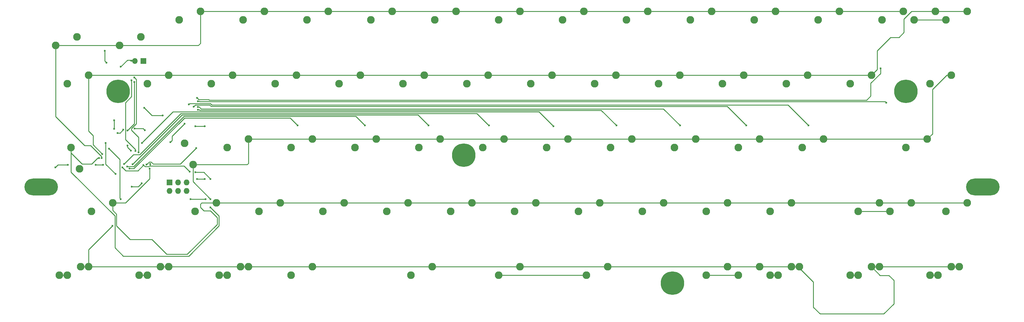
<source format=gtl>
G04 #@! TF.FileFunction,Copper,L1,Top,Signal*
%FSLAX46Y46*%
G04 Gerber Fmt 4.6, Leading zero omitted, Abs format (unit mm)*
G04 Created by KiCad (PCBNEW 4.0.5) date 01/22/17 22:08:40*
%MOMM*%
%LPD*%
G01*
G04 APERTURE LIST*
%ADD10C,0.100000*%
%ADD11C,7.001300*%
%ADD12C,2.286000*%
%ADD13R,1.727200X1.727200*%
%ADD14O,1.727200X1.727200*%
%ADD15O,9.999980X5.001260*%
%ADD16C,7.000240*%
%ADD17R,1.700000X1.700000*%
%ADD18O,1.700000X1.700000*%
%ADD19C,0.600000*%
%ADD20C,0.250000*%
G04 APERTURE END LIST*
D10*
D11*
X105200000Y-103300000D03*
D12*
X91182500Y-120110000D03*
X93722500Y-126460000D03*
X96421300Y-98520000D03*
X90071300Y-101060000D03*
X103565000Y-136620000D03*
X97215000Y-139160000D03*
X94040000Y-155670000D03*
X87690000Y-158210000D03*
X117852500Y-155670000D03*
X111502500Y-158210000D03*
X141665000Y-155670000D03*
X135315000Y-158210000D03*
X198815000Y-155670000D03*
X192465000Y-158210000D03*
X251203000Y-155670000D03*
X244853000Y-158210000D03*
X308353000Y-155670000D03*
X302003000Y-158210000D03*
X332165000Y-155670000D03*
X325815000Y-158210000D03*
X355978000Y-155670000D03*
X349628000Y-158210000D03*
X341690000Y-136620000D03*
X335340000Y-139160000D03*
X346453000Y-117570000D03*
X340103000Y-120110000D03*
X96421300Y-155670000D03*
X90071300Y-158210000D03*
X144046300Y-155670000D03*
X137696300Y-158210000D03*
X225009000Y-155670000D03*
X218659000Y-158210000D03*
X225009000Y-155670000D03*
X218659000Y-158210000D03*
X296446000Y-155670000D03*
X290096000Y-158210000D03*
X305971000Y-155670000D03*
X299621000Y-158210000D03*
X353596000Y-155670000D03*
X347246000Y-158210000D03*
X332165000Y-136620000D03*
X325815000Y-139160000D03*
X348834000Y-79470000D03*
X342484000Y-82010000D03*
D13*
X120500000Y-130500000D03*
D14*
X120500000Y-133040000D03*
X123040000Y-130500000D03*
X123040000Y-133040000D03*
X125580000Y-130500000D03*
X125580000Y-133040000D03*
D12*
X353596000Y-98520000D03*
X347246000Y-101060000D03*
D15*
X82250000Y-131900000D03*
X363000000Y-131900000D03*
D16*
X208200000Y-122400000D03*
X340050000Y-103300000D03*
X270500000Y-160600000D03*
D12*
X105628800Y-89630000D03*
X111978800Y-87090000D03*
X329784000Y-155670000D03*
X323434000Y-158210000D03*
X120233800Y-155670000D03*
X113883800Y-158210000D03*
X358359000Y-79470000D03*
X352009000Y-82010000D03*
X339309000Y-79470000D03*
X332959000Y-82010000D03*
X358359000Y-136620000D03*
X352009000Y-139160000D03*
X329784000Y-98520000D03*
X323434000Y-101060000D03*
X320259000Y-79470000D03*
X313909000Y-82010000D03*
X315496000Y-117570000D03*
X309146000Y-120110000D03*
X310734000Y-98520000D03*
X304384000Y-101060000D03*
X301209000Y-79470000D03*
X294859000Y-82010000D03*
X305971000Y-136620000D03*
X299621000Y-139160000D03*
X296446000Y-117570000D03*
X290096000Y-120110000D03*
X291684000Y-98520000D03*
X285334000Y-101060000D03*
X282159000Y-79470000D03*
X275809000Y-82010000D03*
X286921000Y-136620000D03*
X280571000Y-139160000D03*
X277396000Y-117570000D03*
X271046000Y-120110000D03*
X272634000Y-98520000D03*
X266284000Y-101060000D03*
X263109000Y-79470000D03*
X256759000Y-82010000D03*
X267871000Y-136620000D03*
X261521000Y-139160000D03*
X258346000Y-117570000D03*
X251996000Y-120110000D03*
X253584000Y-98520000D03*
X247234000Y-101060000D03*
X244059000Y-79470000D03*
X237709000Y-82010000D03*
X248821000Y-136620000D03*
X242471000Y-139160000D03*
X234534000Y-98520000D03*
X228184000Y-101060000D03*
X225009000Y-79470000D03*
X218659000Y-82010000D03*
X286921000Y-155670000D03*
X280571000Y-158210000D03*
X229771000Y-136620000D03*
X223421000Y-139160000D03*
X220246000Y-117570000D03*
X213896000Y-120110000D03*
X215484000Y-98520000D03*
X209134000Y-101060000D03*
X205959000Y-79470000D03*
X199609000Y-82010000D03*
X210721000Y-136620000D03*
X204371000Y-139160000D03*
X201196000Y-117570000D03*
X194846000Y-120110000D03*
X196434000Y-98520000D03*
X190084000Y-101060000D03*
X186909000Y-79470000D03*
X180559000Y-82010000D03*
X191671000Y-136620000D03*
X185321000Y-139160000D03*
X182146000Y-117570000D03*
X175796000Y-120110000D03*
X177384000Y-98520000D03*
X171034000Y-101060000D03*
X167859000Y-79470000D03*
X161509000Y-82010000D03*
X172621000Y-136620000D03*
X166271000Y-139160000D03*
X163096300Y-117570000D03*
X156746300Y-120110000D03*
X158333800Y-98520000D03*
X151983800Y-101060000D03*
X148808800Y-79470000D03*
X142458800Y-82010000D03*
X163096300Y-155670000D03*
X156746300Y-158210000D03*
X153571300Y-136620000D03*
X147221300Y-139160000D03*
X144046300Y-117570000D03*
X137696300Y-120110000D03*
X139283800Y-98520000D03*
X132933800Y-101060000D03*
X129758800Y-79470000D03*
X123408800Y-82010000D03*
X134521300Y-136620000D03*
X128171300Y-139160000D03*
X127536300Y-125190000D03*
X124996300Y-118840000D03*
X120233800Y-98520000D03*
X113883800Y-101060000D03*
X86578800Y-89630000D03*
X92928800Y-87090000D03*
X239296000Y-117570000D03*
X232946000Y-120110000D03*
D17*
X112750000Y-94250000D03*
D18*
X110210000Y-94250000D03*
D19*
X113167278Y-114937100D03*
X110117223Y-114403087D03*
X106749989Y-114754142D03*
X105000000Y-115750000D03*
X101250000Y-91250000D03*
X101750000Y-94750000D03*
X104450000Y-128000000D03*
X101500000Y-118750000D03*
X126750000Y-135500000D03*
X131250000Y-135500000D03*
X104000000Y-112000000D03*
X104000000Y-114500000D03*
X112250000Y-130750000D03*
X109250000Y-131750000D03*
X109000000Y-121000000D03*
X108000000Y-119500000D03*
X106500000Y-126000000D03*
X114750000Y-125000000D03*
X112772646Y-125325011D03*
X126500000Y-127250000D03*
X128250000Y-127500000D03*
X132750000Y-129500000D03*
X113706661Y-125146882D03*
X128500000Y-120250000D03*
X128250000Y-113750000D03*
X131000000Y-113750000D03*
X108566949Y-126374990D03*
X158750000Y-113500000D03*
X107931791Y-125797893D03*
X178750000Y-113500000D03*
X109552681Y-125063420D03*
X197750000Y-113500000D03*
X107000000Y-125000000D03*
X215750000Y-113500000D03*
X112301418Y-118719480D03*
X235000000Y-113750000D03*
X129000000Y-108824946D03*
X253750000Y-113500000D03*
X129000000Y-108024933D03*
X272750000Y-113500000D03*
X127750000Y-107875010D03*
X292500000Y-113500000D03*
X126250000Y-107250000D03*
X311000000Y-113500000D03*
X129000000Y-106324911D03*
X334250000Y-106750000D03*
X128750000Y-105250000D03*
X332500000Y-96500000D03*
X128750000Y-129500000D03*
X131000000Y-129500000D03*
X109183051Y-100066949D03*
X110375010Y-121125010D03*
X110066949Y-99183051D03*
X111315694Y-121575021D03*
X100750000Y-125250000D03*
X98500000Y-125250000D03*
X90250000Y-125250000D03*
X86500000Y-126000000D03*
X100300013Y-123250000D03*
X100500000Y-122000000D03*
X99500000Y-123250000D03*
X132750000Y-135500000D03*
X132750000Y-138000000D03*
X114559406Y-126368310D03*
X102500000Y-120474990D03*
X103500000Y-143500000D03*
X106000000Y-135500000D03*
X120750000Y-118500000D03*
X125000000Y-113000000D03*
X118500000Y-110500000D03*
X113000000Y-108250000D03*
X108000000Y-115000000D03*
X110000000Y-100500000D03*
X106000000Y-96000000D03*
D20*
X112633265Y-114403087D02*
X112867279Y-114637101D01*
X110117223Y-114403087D02*
X112633265Y-114403087D01*
X112867279Y-114637101D02*
X113167278Y-114937100D01*
X105754131Y-115750000D02*
X106449990Y-115054141D01*
X105000000Y-115750000D02*
X105754131Y-115750000D01*
X106449990Y-115054141D02*
X106749989Y-114754142D01*
X101750000Y-94750000D02*
X101250000Y-94250000D01*
X101250000Y-94250000D02*
X101250000Y-91250000D01*
X101500000Y-118750000D02*
X101500000Y-125050000D01*
X101500000Y-125050000D02*
X104450000Y-128000000D01*
X131250000Y-135500000D02*
X126750000Y-135500000D01*
X104000000Y-114500000D02*
X104000000Y-112000000D01*
X109250000Y-131750000D02*
X111250000Y-131750000D01*
X111250000Y-131750000D02*
X112250000Y-130750000D01*
X108000000Y-119500000D02*
X108000000Y-120000000D01*
X108000000Y-120000000D02*
X109000000Y-121000000D01*
X107500000Y-127000000D02*
X111097657Y-127000000D01*
X111097657Y-127000000D02*
X112772646Y-125325011D01*
X106500000Y-126000000D02*
X107500000Y-127000000D01*
X124811884Y-125561884D02*
X114750000Y-125561884D01*
X114750000Y-125561884D02*
X114528806Y-125561884D01*
X114750000Y-125000000D02*
X114750000Y-125561884D01*
X113072645Y-125625010D02*
X112772646Y-125325011D01*
X113255424Y-125807789D02*
X113072645Y-125625010D01*
X114528806Y-125561884D02*
X114282901Y-125807789D01*
X126500000Y-127250000D02*
X124811884Y-125561884D01*
X114282901Y-125807789D02*
X113255424Y-125807789D01*
X130750000Y-127500000D02*
X128250000Y-127500000D01*
X132750000Y-129500000D02*
X130750000Y-127500000D01*
X87690000Y-158210000D02*
X90071300Y-158210000D01*
X114006660Y-124846883D02*
X113706661Y-125146882D01*
X114478544Y-124374999D02*
X114006660Y-124846883D01*
X128500000Y-120250000D02*
X123716294Y-125033706D01*
X115050001Y-124374999D02*
X114478544Y-124374999D01*
X123716294Y-125033706D02*
X115708708Y-125033706D01*
X115708708Y-125033706D02*
X115050001Y-124374999D01*
X111502500Y-158210000D02*
X113883800Y-158210000D01*
X131000000Y-113750000D02*
X128250000Y-113750000D01*
X135315000Y-158210000D02*
X137696300Y-158210000D01*
X108991213Y-126374990D02*
X108566949Y-126374990D01*
X124999890Y-111250110D02*
X109875010Y-126374990D01*
X156500110Y-111250110D02*
X124999890Y-111250110D01*
X158750000Y-113500000D02*
X156500110Y-111250110D01*
X109875010Y-126374990D02*
X108991213Y-126374990D01*
X109863600Y-125749989D02*
X107979695Y-125749989D01*
X124813490Y-110800099D02*
X109863600Y-125749989D01*
X107979695Y-125749989D02*
X107931791Y-125797893D01*
X178750000Y-113500000D02*
X176050099Y-110800099D01*
X176050099Y-110800099D02*
X124813490Y-110800099D01*
X109852680Y-124763421D02*
X109552681Y-125063420D01*
X124266013Y-110350088D02*
X109852680Y-124763421D01*
X194600088Y-110350088D02*
X124266013Y-110350088D01*
X197750000Y-113500000D02*
X194600088Y-110350088D01*
X218659000Y-158210000D02*
X244853000Y-158210000D01*
X109799977Y-122200023D02*
X111615696Y-122200023D01*
X111615696Y-122200023D02*
X123915642Y-109900077D01*
X123915642Y-109900077D02*
X212150077Y-109900077D01*
X107000000Y-125000000D02*
X109799977Y-122200023D01*
X212150077Y-109900077D02*
X215450001Y-113200001D01*
X215450001Y-113200001D02*
X215750000Y-113500000D01*
X280571000Y-158210000D02*
X290096000Y-158210000D01*
X230700066Y-109450066D02*
X121570832Y-109450066D01*
X235000000Y-113750000D02*
X230700066Y-109450066D01*
X112601417Y-118419481D02*
X112301418Y-118719480D01*
X121570832Y-109450066D02*
X112601417Y-118419481D01*
X299621000Y-158210000D02*
X302003000Y-158210000D01*
X249250055Y-109000055D02*
X129599373Y-109000055D01*
X129599373Y-109000055D02*
X129424264Y-108824946D01*
X253750000Y-113500000D02*
X249250055Y-109000055D01*
X129424264Y-108824946D02*
X129000000Y-108824946D01*
X323434000Y-158210000D02*
X325815000Y-158210000D01*
X129949375Y-108550044D02*
X129424264Y-108024933D01*
X267800044Y-108550044D02*
X129949375Y-108550044D01*
X129424264Y-108024933D02*
X129000000Y-108024933D01*
X272750000Y-113500000D02*
X267800044Y-108550044D01*
X347246000Y-158210000D02*
X349628000Y-158210000D01*
X286850033Y-107850033D02*
X132940800Y-107850033D01*
X128225078Y-107399932D02*
X128049999Y-107575011D01*
X132940800Y-107850033D02*
X132490700Y-107399932D01*
X292500000Y-113500000D02*
X286850033Y-107850033D01*
X132490700Y-107399932D02*
X128225078Y-107399932D01*
X128049999Y-107575011D02*
X127750000Y-107875010D01*
X126550079Y-106949921D02*
X126549999Y-106950001D01*
X132677099Y-106949921D02*
X126550079Y-106949921D01*
X311000000Y-113500000D02*
X304900022Y-107400022D01*
X304900022Y-107400022D02*
X133127200Y-107400022D01*
X126549999Y-106950001D02*
X126250000Y-107250000D01*
X133127200Y-107400022D02*
X132677099Y-106949921D01*
X325815000Y-139160000D02*
X335340000Y-139160000D01*
X333868912Y-106368912D02*
X129468265Y-106368912D01*
X129468265Y-106368912D02*
X129424264Y-106324911D01*
X129424264Y-106324911D02*
X129000000Y-106324911D01*
X334250000Y-106750000D02*
X333868912Y-106368912D01*
X128750000Y-105250000D02*
X129250000Y-105750000D01*
X129250000Y-105750000D02*
X132250000Y-105750000D01*
X132418901Y-105918901D02*
X132250000Y-105750000D01*
X332500000Y-96500000D02*
X332500000Y-97976642D01*
X328357073Y-105918901D02*
X132418901Y-105918901D01*
X332500000Y-97976642D02*
X329562901Y-100913741D01*
X329562901Y-104713073D02*
X328357073Y-105918901D01*
X329562901Y-100913741D02*
X329562901Y-104713073D01*
X342484000Y-82010000D02*
X352009000Y-82010000D01*
X131000000Y-129500000D02*
X128750000Y-129500000D01*
X107374999Y-117700735D02*
X107374999Y-106699997D01*
X109183051Y-100491213D02*
X109183051Y-100066949D01*
X107374999Y-106699997D02*
X109183051Y-104891945D01*
X110375010Y-120700746D02*
X107374999Y-117700735D01*
X109183051Y-104891945D02*
X109183051Y-100491213D01*
X110375010Y-121125010D02*
X110375010Y-120700746D01*
X111315694Y-121575021D02*
X111315694Y-117052083D01*
X110366948Y-99483050D02*
X110066949Y-99183051D01*
X110625002Y-99741104D02*
X110366948Y-99483050D01*
X110625002Y-113011409D02*
X110625002Y-99741104D01*
X111315694Y-117052083D02*
X109200011Y-114936400D01*
X109200011Y-114436400D02*
X110625002Y-113011409D01*
X109200011Y-114936400D02*
X109200011Y-114436400D01*
X98500000Y-125250000D02*
X100750000Y-125250000D01*
X87250000Y-125250000D02*
X90250000Y-125250000D01*
X86500000Y-126000000D02*
X87250000Y-125250000D01*
X100300013Y-122825736D02*
X100300013Y-123250000D01*
X96974277Y-119500000D02*
X100300013Y-122825736D01*
X86578800Y-110828800D02*
X95250000Y-119500000D01*
X86578800Y-89630000D02*
X86578800Y-110828800D01*
X95250000Y-119500000D02*
X96974277Y-119500000D01*
X105628800Y-89630000D02*
X129120000Y-89630000D01*
X129758800Y-88991200D02*
X129758800Y-79470000D01*
X129120000Y-89630000D02*
X129758800Y-88991200D01*
X86578800Y-89630000D02*
X105628800Y-89630000D01*
X129758800Y-79470000D02*
X148808800Y-79470000D01*
X148808800Y-79470000D02*
X167859000Y-79470000D01*
X167859000Y-79470000D02*
X186909000Y-79470000D01*
X186909000Y-79470000D02*
X205959000Y-79470000D01*
X205959000Y-79470000D02*
X225009000Y-79470000D01*
X225009000Y-79470000D02*
X244059000Y-79470000D01*
X244059000Y-79470000D02*
X263109000Y-79470000D01*
X263109000Y-79470000D02*
X282159000Y-79470000D01*
X282159000Y-79470000D02*
X301209000Y-79470000D01*
X301209000Y-79470000D02*
X320259000Y-79470000D01*
X320259000Y-79470000D02*
X339309000Y-79470000D01*
X96421300Y-98520000D02*
X96421300Y-115171300D01*
X97750000Y-119250000D02*
X100500000Y-122000000D01*
X97750000Y-116500000D02*
X97750000Y-119250000D01*
X96421300Y-115171300D02*
X97750000Y-116500000D01*
X96421300Y-98520000D02*
X120233800Y-98520000D01*
X120233800Y-98520000D02*
X139283800Y-98520000D01*
X139283800Y-98520000D02*
X158333800Y-98520000D01*
X158333800Y-98520000D02*
X177384000Y-98520000D01*
X177384000Y-98520000D02*
X196434000Y-98520000D01*
X196434000Y-98520000D02*
X215484000Y-98520000D01*
X215484000Y-98520000D02*
X234534000Y-98520000D01*
X234534000Y-98520000D02*
X253584000Y-98520000D01*
X253584000Y-98520000D02*
X272634000Y-98520000D01*
X272634000Y-98520000D02*
X291684000Y-98520000D01*
X291684000Y-98520000D02*
X310734000Y-98520000D01*
X310734000Y-98520000D02*
X329784000Y-98520000D01*
X329784000Y-98520000D02*
X331500000Y-96804000D01*
X331500000Y-96804000D02*
X331500000Y-91250000D01*
X331500000Y-91250000D02*
X335500000Y-87250000D01*
X335500000Y-87250000D02*
X338000000Y-87250000D01*
X338000000Y-87250000D02*
X339500000Y-85750000D01*
X339500000Y-85750000D02*
X339500000Y-81750000D01*
X339500000Y-81750000D02*
X341780000Y-79470000D01*
X341780000Y-79470000D02*
X348834000Y-79470000D01*
X348834000Y-79470000D02*
X358359000Y-79470000D01*
X99500000Y-123250000D02*
X99075736Y-123250000D01*
X99075736Y-123250000D02*
X97356835Y-124968901D01*
X97356835Y-124968901D02*
X94424955Y-124968901D01*
X94424955Y-124968901D02*
X91182500Y-121726446D01*
X91182500Y-121726446D02*
X91182500Y-120110000D01*
X132750000Y-135500000D02*
X127536300Y-130286300D01*
X135250000Y-140500000D02*
X132750000Y-138000000D01*
X135250000Y-143500000D02*
X135250000Y-140500000D01*
X126250000Y-152500000D02*
X135250000Y-143500000D01*
X106750000Y-152500000D02*
X126250000Y-152500000D01*
X104250000Y-150000000D02*
X106750000Y-152500000D01*
X104250000Y-140500000D02*
X104250000Y-150000000D01*
X91182500Y-120110000D02*
X91182500Y-127432500D01*
X127536300Y-130286300D02*
X127536300Y-125190000D01*
X91182500Y-127432500D02*
X104250000Y-140500000D01*
X127536300Y-125190000D02*
X143660000Y-125190000D01*
X144046300Y-124803700D02*
X144046300Y-117570000D01*
X143660000Y-125190000D02*
X144046300Y-124803700D01*
X144046300Y-117570000D02*
X163096300Y-117570000D01*
X163096300Y-117570000D02*
X182146000Y-117570000D01*
X182146000Y-117570000D02*
X201196000Y-117570000D01*
X201196000Y-117570000D02*
X220246000Y-117570000D01*
X220246000Y-117570000D02*
X239296000Y-117570000D01*
X239296000Y-117570000D02*
X258346000Y-117570000D01*
X258346000Y-117570000D02*
X277396000Y-117570000D01*
X277396000Y-117570000D02*
X296446000Y-117570000D01*
X296446000Y-117570000D02*
X315496000Y-117570000D01*
X315496000Y-117570000D02*
X346453000Y-117570000D01*
X346453000Y-117570000D02*
X348000000Y-116023000D01*
X348000000Y-116023000D02*
X348000000Y-102750000D01*
X348000000Y-102750000D02*
X352230000Y-98520000D01*
X352230000Y-98520000D02*
X353596000Y-98520000D01*
X103565000Y-136620000D02*
X107380000Y-136620000D01*
X107380000Y-136620000D02*
X114559406Y-129440594D01*
X114559406Y-126792574D02*
X114559406Y-126368310D01*
X114559406Y-129440594D02*
X114559406Y-126792574D01*
X103565000Y-136620000D02*
X103565000Y-138815000D01*
X130130000Y-136620000D02*
X134521300Y-136620000D01*
X129750000Y-137000000D02*
X130130000Y-136620000D01*
X129750000Y-138000000D02*
X129750000Y-137000000D01*
X130750000Y-139000000D02*
X129750000Y-138000000D01*
X132750000Y-139000000D02*
X130750000Y-139000000D01*
X134750000Y-141000000D02*
X132750000Y-139000000D01*
X134750000Y-143000000D02*
X134750000Y-141000000D01*
X125818199Y-151931801D02*
X134750000Y-143000000D01*
X119681801Y-151931801D02*
X125818199Y-151931801D01*
X115250000Y-147500000D02*
X119681801Y-151931801D01*
X108750000Y-147500000D02*
X115250000Y-147500000D01*
X104700002Y-143450002D02*
X108750000Y-147500000D01*
X104700002Y-139950002D02*
X104700002Y-143450002D01*
X103565000Y-138815000D02*
X104700002Y-139950002D01*
X305971000Y-136620000D02*
X332165000Y-136620000D01*
X210721000Y-136620000D02*
X229771000Y-136620000D01*
X341690000Y-136620000D02*
X358359000Y-136620000D01*
X134521300Y-136620000D02*
X153571300Y-136620000D01*
X153571300Y-136620000D02*
X172621000Y-136620000D01*
X172621000Y-136620000D02*
X191671000Y-136620000D01*
X191671000Y-136620000D02*
X210721000Y-136620000D01*
X229771000Y-136620000D02*
X248821000Y-136620000D01*
X248821000Y-136620000D02*
X267871000Y-136620000D01*
X267871000Y-136620000D02*
X286921000Y-136620000D01*
X286921000Y-136620000D02*
X305971000Y-136620000D01*
X332165000Y-136620000D02*
X341690000Y-136620000D01*
X102799999Y-120774989D02*
X102500000Y-120474990D01*
X105700001Y-123674991D02*
X102799999Y-120774989D01*
X105700001Y-135200001D02*
X105700001Y-123674991D01*
X106000000Y-135500000D02*
X105700001Y-135200001D01*
X96421300Y-155670000D02*
X96421300Y-150578700D01*
X96421300Y-150578700D02*
X103500000Y-143500000D01*
X308353000Y-155670000D02*
X308353000Y-156103000D01*
X308353000Y-156103000D02*
X312500000Y-160250000D01*
X332364000Y-158250000D02*
X329784000Y-155670000D01*
X335000000Y-158250000D02*
X332364000Y-158250000D01*
X336500000Y-159750000D02*
X335000000Y-158250000D01*
X336500000Y-166750000D02*
X336500000Y-159750000D01*
X333500000Y-169750000D02*
X336500000Y-166750000D01*
X314500000Y-169750000D02*
X333500000Y-169750000D01*
X312500000Y-167750000D02*
X314500000Y-169750000D01*
X312500000Y-160250000D02*
X312500000Y-167750000D01*
X332165000Y-155670000D02*
X353596000Y-155670000D01*
X296446000Y-155670000D02*
X305971000Y-155670000D01*
X251203000Y-155670000D02*
X286921000Y-155670000D01*
X144046300Y-155670000D02*
X163096300Y-155670000D01*
X163096300Y-155670000D02*
X198815000Y-155670000D01*
X198815000Y-155670000D02*
X225009000Y-155670000D01*
X120233800Y-155670000D02*
X141665000Y-155670000D01*
X96421300Y-155670000D02*
X117852500Y-155670000D01*
X225009000Y-155670000D02*
X251203000Y-155670000D01*
X353596000Y-155670000D02*
X355978000Y-155670000D01*
X329784000Y-155670000D02*
X332165000Y-155670000D01*
X305971000Y-155670000D02*
X308353000Y-155670000D01*
X286921000Y-155670000D02*
X296446000Y-155670000D01*
X141665000Y-155670000D02*
X144046300Y-155670000D01*
X117852500Y-155670000D02*
X120233800Y-155670000D01*
X94040000Y-155670000D02*
X96421300Y-155670000D01*
X125000000Y-113000000D02*
X121280399Y-116719601D01*
X121280399Y-116719601D02*
X121280399Y-117969601D01*
X121280399Y-117969601D02*
X120750000Y-118500000D01*
X113000000Y-108250000D02*
X115250000Y-110500000D01*
X115250000Y-110500000D02*
X118500000Y-110500000D01*
X108000000Y-94000000D02*
X108750000Y-94000000D01*
X108750000Y-94000000D02*
X109960000Y-94000000D01*
X110210000Y-94250000D02*
X109007919Y-94250000D01*
X109007919Y-94250000D02*
X108757919Y-94000000D01*
X108757919Y-94000000D02*
X108750000Y-94000000D01*
X106000000Y-96000000D02*
X108000000Y-94000000D01*
X110000000Y-113000000D02*
X110000000Y-100500000D01*
X108000000Y-115000000D02*
X110000000Y-113000000D01*
M02*

</source>
